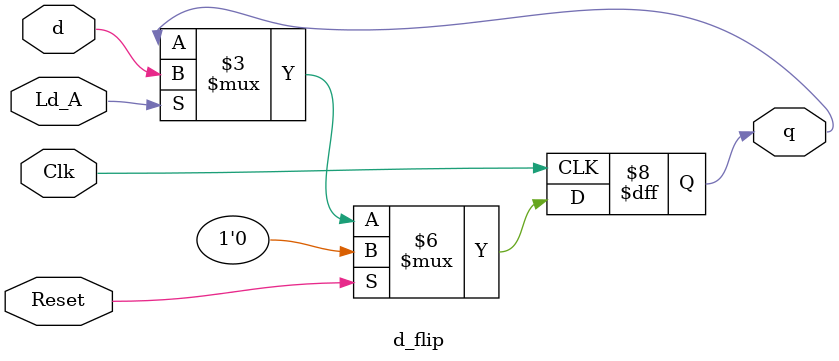
<source format=sv>
module register_unit (input  logic Clk, Reset, Ld_A, Ld_B, ClrA,
                            Shift_En,
							 input  logic X,
							 input  logic [7:0]  Sum, S,
                      output logic [7:0]  A,
                      output logic [7:0]  B);

logic reset_all, A_out;
assign reset_all = (Ld_B|Reset)|ClrA;

    reg_8  reg_A (.Clk(Clk), .Reset(reset_all), .Load(Ld_A), .Shift_En(Shift_En), .D(Sum), .Shift_In(X), 
	               .Shift_Out(A_out), .Data_Out(A));
    reg_8  reg_B (.Shift_En(Shift_En), .D(S), .Clk(Clk), .Reset(Reset), .Shift_In(A_out), .Load(Ld_B),
	               .Shift_Out(), .Data_Out(B));

endmodule

module d_flip (input logic d, Clk, Reset, Ld_A,
					output logic q);
					
			always_ff @ (posedge Clk)
			begin
			if (Reset)
			q <=1'b0;
			else if (Ld_A)
			q <= d;
			else 
			q <= q;
			end
			
			
endmodule 
</source>
